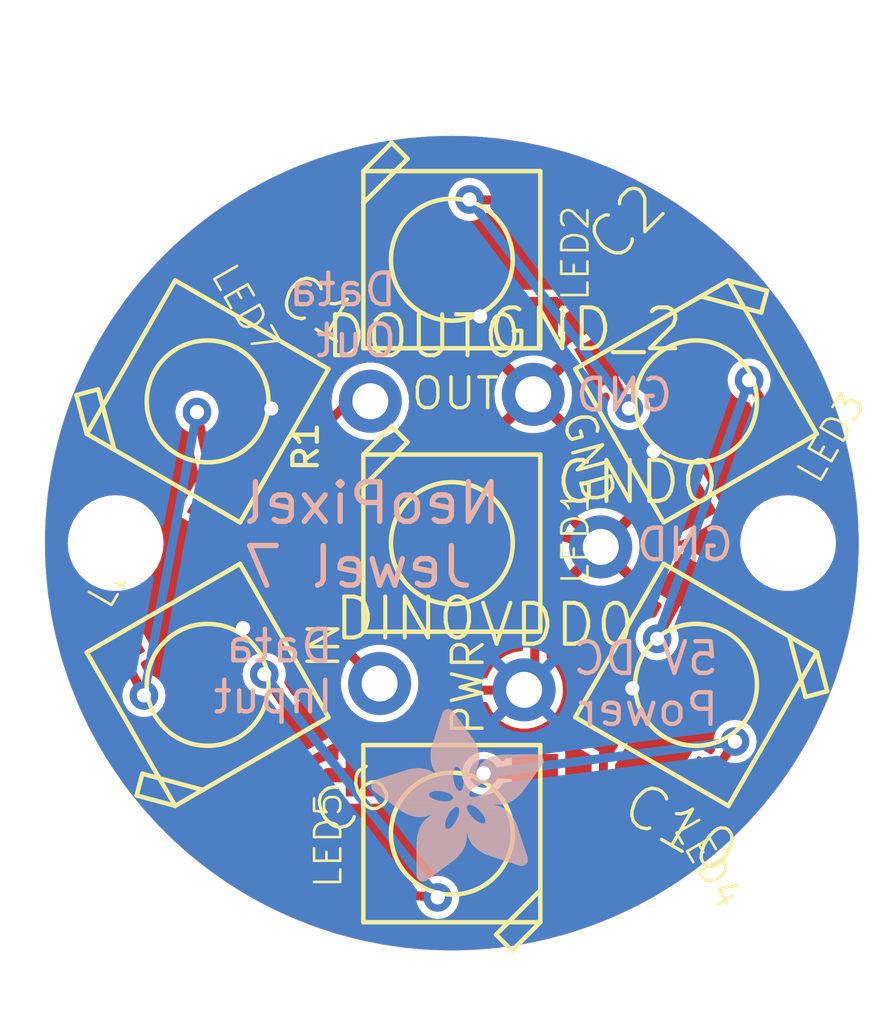
<source format=kicad_pcb>
(kicad_pcb (version 20221018) (generator pcbnew)
  (layers (0 "F.Cu" signal) (31 "B.Cu" signal) (34 "B.Paste" user) (35 "F.Paste" user) (36 "B.SilkS" user "B.Silkscreen") (37 "F.SilkS" user "F.Silkscreen") (38 "B.Mask" user) (39 "F.Mask" user) (44 "Edge.Cuts" user))
  (net 0 "")
  (net 1 "VDD")
  (net 2 "GND")
  (net 3 "N$1")
  (net 4 "N$2")
  (net 5 "N$3")
  (net 6 "N$4")
  (net 7 "N$5")
  (net 8 "N$6")
  (net 9 "N$13")
  (net 10 "N$12")
  (net 11 "N$7")
  (footprint "working:C0603" (layer "F.Cu") (at 153.195093 113.035203 -60)
    (fp_text reference "C10" (at -0.635002 -0.635 -210) (layer "F.SilkS") (effects (font (size 1.176528 1.176528) (thickness 0.093472)) (justify left)))
    (fp_text value "1uF")
    (pad "1" smd rect (at -0.85 0 300) (size 1.1 1) (layers "F.Cu" "F.Paste" "F.Mask") (net 1 "VDD"))
    (pad "2" smd rect (at 0.85 0 300) (size 1.1 1) (layers "F.Cu" "F.Paste" "F.Mask") (net 2 "GND"))
  )
  (footprint "working:WS2812B-NARROW" (layer "F.Cu") (at 155.4011 101.0036 -60)
    (fp_text reference "LED3" (at 3.492499 -1.587497 -120) (layer "F.SilkS") (effects (font (size 0.739648 0.739648) (thickness 0.073152)) (justify left)))
    (fp_text value "WS2812B5050" hide)
    (pad "1-VDD" smd rect (at 2.35 1.65 120) (size 1.3 1.2) (layers "F.Cu" "F.Paste" "F.Mask") (net 1 "VDD"))
    (pad "2-DOUT" smd rect (at 2.35 -1.65 120) (size 1.3 1.2) (layers "F.Cu" "F.Paste" "F.Mask") (net 5 "N$3"))
    (pad "3-GND" smd rect (at -2.35 -1.65 120) (size 1.3 1.2) (layers "F.Cu" "F.Paste" "F.Mask") (net 2 "GND"))
    (pad "4-DIN" smd rect (at -2.35 1.65 120) (size 1.3 1.2) (layers "F.Cu" "F.Paste" "F.Mask") (net 4 "N$2"))
  )
  (footprint "working:C0603" (layer "F.Cu") (at 143.9011 96.9036 120)
    (fp_text reference "C1" (at -0.635003 -0.635 -30) (layer "F.SilkS") (effects (font (size 1.176528 1.176528) (thickness 0.093472)) (justify left)))
    (fp_text value "1uF")
    (pad "1" smd rect (at -0.85 0 120) (size 1.1 1) (layers "F.Cu" "F.Paste" "F.Mask") (net 1 "VDD"))
    (pad "2" smd rect (at 0.85 0 120) (size 1.1 1) (layers "F.Cu" "F.Paste" "F.Mask") (net 2 "GND"))
  )
  (footprint "working:FIDUCIAL_1MM" (layer "F.Cu") (at 148.5361 113.2686)
    (fp_text reference "FID2" hide)
    (fp_text value "FIDUCIAL\"\"" hide)
    (pad "1" smd roundrect (at 0 0) (size 1 1) (layers "F.Cu" "F.Mask") (roundrect_rratio 0.5))
  )
  (footprint "working:FIDUCIAL_1MM" (layer "F.Cu") (at 148.5111 97.0586)
    (fp_text reference "FID1" hide)
    (fp_text value "FIDUCIAL\"\"" hide)
    (pad "1" smd roundrect (at 0 0) (size 1 1) (layers "F.Cu" "F.Mask") (roundrect_rratio 0.5))
  )
  (footprint "working:WS2812B-NARROW" (layer "F.Cu") (at 141.6011 109.0036 120)
    (fp_text reference "LED6" (at 3.492499 -1.587497 60) (layer "F.SilkS") (effects (font (size 0.739648 0.739648) (thickness 0.073152)) (justify left)))
    (fp_text value "WS2812B5050" hide)
    (pad "1-VDD" smd rect (at 2.35 1.65 300) (size 1.3 1.2) (layers "F.Cu" "F.Paste" "F.Mask") (net 1 "VDD"))
    (pad "2-DOUT" smd rect (at 2.35 -1.65 300) (size 1.3 1.2) (layers "F.Cu" "F.Paste" "F.Mask") (net 8 "N$6"))
    (pad "3-GND" smd rect (at -2.35 -1.65 300) (size 1.3 1.2) (layers "F.Cu" "F.Paste" "F.Mask") (net 2 "GND"))
    (pad "4-DIN" smd rect (at -2.35 1.65 300) (size 1.3 1.2) (layers "F.Cu" "F.Paste" "F.Mask") (net 7 "N$5"))
  )
  (footprint "working:WS2812B-NARROW" (layer "F.Cu") (at 148.5011 113.2036 180)
    (fp_text reference "LED5" (at 3.4925 -1.5875 90) (layer "F.SilkS") (effects (font (size 0.739648 0.739648) (thickness 0.073152)) (justify left)))
    (fp_text value "WS2812B5050" hide)
    (pad "1-VDD" smd rect (at 2.35 1.65) (size 1.3 1.2) (layers "F.Cu" "F.Paste" "F.Mask") (net 1 "VDD"))
    (pad "2-DOUT" smd rect (at 2.35 -1.65) (size 1.3 1.2) (layers "F.Cu" "F.Paste" "F.Mask") (net 7 "N$5"))
    (pad "3-GND" smd rect (at -2.35 -1.65) (size 1.3 1.2) (layers "F.Cu" "F.Paste" "F.Mask") (net 2 "GND"))
    (pad "4-DIN" smd rect (at -2.35 1.65) (size 1.3 1.2) (layers "F.Cu" "F.Paste" "F.Mask") (net 6 "N$4"))
  )
  (footprint "working:C0603" (layer "F.Cu") (at 143.78186 113.097568 -120)
    (fp_text reference "C6" (at -0.635003 -0.635001 -150) (layer "F.SilkS") (effects (font (size 1.176528 1.176528) (thickness 0.093472)) (justify left)))
    (fp_text value "1uF")
    (pad "1" smd rect (at -0.85 0 240) (size 1.1 1) (layers "F.Cu" "F.Paste" "F.Mask") (net 1 "VDD"))
    (pad "2" smd rect (at 0.85 0 240) (size 1.1 1) (layers "F.Cu" "F.Paste" "F.Mask") (net 2 "GND"))
  )
  (footprint "working:1X01-CLEANBIG" (layer "F.Cu") (at 150.544165 109.1448)
    (fp_text reference "VDD0" (at -1.3462 -1.8288) (layer "F.SilkS") (effects (font (size 1.1557 1.1557) (thickness 0.1143)) (justify left)))
    (fp_text value "")
    (pad "1" thru_hole circle (at 0 0) (size 1.778 1.778) (drill 1.016) (layers "*.Cu" "*.Mask") (net 1 "VDD"))
  )
  (footprint "working:1X01-CLEANBIG" (layer "F.Cu") (at 150.8011 100.8036)
    (fp_text reference "GND_2" (at -1.3462 -1.8288) (layer "F.SilkS") (effects (font (size 1.1557 1.1557) (thickness 0.1143)) (justify left)))
    (fp_text value "")
    (pad "1" thru_hole circle (at 0 0) (size 1.778 1.778) (drill 1.016) (layers "*.Cu" "*.Mask") (net 2 "GND"))
  )
  (footprint "" (layer "F.Cu") (at 158.0011 105.0036)
    (fp_text reference "@HOLE0" hide)
    (fp_text value "" (at 0 0) (layer "F.SilkS") (effects (font (size 1.27 1.27))))
    (pad "" np_thru_hole circle (at 0 0) (size 2.2 2.2) (drill 2.2) (layers "*.Cu" "*.Mask"))
  )
  (footprint "working:1X01-CLEANBIG" (layer "F.Cu") (at 152.708237 105.111259)
    (fp_text reference "GND0" (at -1.3462 -1.828799) (layer "F.SilkS") (effects (font (size 1.1557 1.1557) (thickness 0.1143)) (justify left)))
    (fp_text value "")
    (pad "1" thru_hole circle (at 0 0) (size 1.778 1.778) (drill 1.016) (layers "*.Cu" "*.Mask") (net 2 "GND"))
  )
  (footprint "working:WS2812B-NARROW" (layer "F.Cu") (at 148.5011 105.0036)
    (fp_text reference "LED1" (at 3.4925 -1.5875 90) (layer "F.SilkS") (effects (font (size 0.739648 0.739648) (thickness 0.073152)) (justify right)))
    (fp_text value "WS2812B5050" hide)
    (pad "1-VDD" smd rect (at 2.35 1.65 180) (size 1.3 1.2) (layers "F.Cu" "F.Paste" "F.Mask") (net 1 "VDD"))
    (pad "2-DOUT" smd rect (at 2.35 -1.65 180) (size 1.3 1.2) (layers "F.Cu" "F.Paste" "F.Mask") (net 3 "N$1"))
    (pad "3-GND" smd rect (at -2.35 -1.65 180) (size 1.3 1.2) (layers "F.Cu" "F.Paste" "F.Mask") (net 2 "GND"))
    (pad "4-DIN" smd rect (at -2.35 1.65 180) (size 1.3 1.2) (layers "F.Cu" "F.Paste" "F.Mask") (net 10 "N$12"))
  )
  (footprint "" (layer "F.Cu") (at 139.0011 105.0036)
    (fp_text reference "@HOLE1" hide)
    (fp_text value "" (at 0 0) (layer "F.SilkS") (effects (font (size 1.27 1.27))))
    (pad "" np_thru_hole circle (at 0 0) (size 2.2 2.2) (drill 2.2) (layers "*.Cu" "*.Mask"))
  )
  (footprint "working:WS2812B-NARROW" (layer "F.Cu") (at 155.4011 109.0036 -120)
    (fp_text reference "LED4" (at 3.492498 -1.587495 -60) (layer "F.SilkS") (effects (font (size 0.739648 0.739648) (thickness 0.073152)) (justify left)))
    (fp_text value "WS2812B5050" hide)
    (pad "1-VDD" smd rect (at 2.35 1.65 60) (size 1.3 1.2) (layers "F.Cu" "F.Paste" "F.Mask") (net 1 "VDD"))
    (pad "2-DOUT" smd rect (at 2.35 -1.65 60) (size 1.3 1.2) (layers "F.Cu" "F.Paste" "F.Mask") (net 6 "N$4"))
    (pad "3-GND" smd rect (at -2.35 -1.65 60) (size 1.3 1.2) (layers "F.Cu" "F.Paste" "F.Mask") (net 2 "GND"))
    (pad "4-DIN" smd rect (at -2.35 1.65 60) (size 1.3 1.2) (layers "F.Cu" "F.Paste" "F.Mask") (net 5 "N$3"))
  )
  (footprint "working:WS2812B-NARROW" (layer "F.Cu") (at 148.5011 97.0036)
    (fp_text reference "LED2" (at 3.4925 -1.5875 90) (layer "F.SilkS") (effects (font (size 0.739648 0.739648) (thickness 0.073152)) (justify right)))
    (fp_text value "WS2812B5050" hide)
    (pad "1-VDD" smd rect (at 2.35 1.65 180) (size 1.3 1.2) (layers "F.Cu" "F.Paste" "F.Mask") (net 1 "VDD"))
    (pad "2-DOUT" smd rect (at 2.35 -1.65 180) (size 1.3 1.2) (layers "F.Cu" "F.Paste" "F.Mask") (net 4 "N$2"))
    (pad "3-GND" smd rect (at -2.35 -1.65 180) (size 1.3 1.2) (layers "F.Cu" "F.Paste" "F.Mask") (net 2 "GND"))
    (pad "4-DIN" smd rect (at -2.35 1.65 180) (size 1.3 1.2) (layers "F.Cu" "F.Paste" "F.Mask") (net 3 "N$1"))
  )
  (footprint "working:C0603" (layer "F.Cu") (at 153.475446 96.829254 45)
    (fp_text reference "C2" (at -0.635002 -0.635002 45) (layer "F.SilkS") (effects (font (size 1.176528 1.176528) (thickness 0.093472)) (justify left)))
    (fp_text value "1uF")
    (pad "1" smd rect (at -0.85 0 45) (size 1.1 1) (layers "F.Cu" "F.Paste" "F.Mask") (net 1 "VDD"))
    (pad "2" smd rect (at 0.85 0 45) (size 1.1 1) (layers "F.Cu" "F.Paste" "F.Mask") (net 2 "GND"))
  )
  (footprint "working:1X01-CLEANBIG" (layer "F.Cu") (at 146.460375 108.96644)
    (fp_text reference "DIN0" (at -1.3462 -1.8288) (layer "F.SilkS") (effects (font (size 1.1557 1.1557) (thickness 0.1143)) (justify left)))
    (fp_text value "")
    (pad "1" thru_hole circle (at 0 0) (size 1.778 1.778) (drill 1.016) (layers "*.Cu" "*.Mask") (net 9 "N$13"))
  )
  (footprint "working:0603-NO" (layer "F.Cu") (at 144.245929 104.822666 90)
    (fp_text reference "R1" (at 1.778 0.127 90) (layer "F.SilkS") (effects (font (size 0.692831 0.692831) (thickness 0.119969)) (justify left)))
    (fp_text value "470")
    (pad "1" smd rect (at -0.85 0 90) (size 1.1 1) (layers "F.Cu" "F.Paste" "F.Mask") (net 9 "N$13"))
    (pad "2" smd rect (at 0.85 0 90) (size 1.1 1) (layers "F.Cu" "F.Paste" "F.Mask") (net 10 "N$12"))
  )
  (footprint "working:1X01-CLEANBIG" (layer "F.Cu") (at 146.197707 100.999388)
    (fp_text reference "DOUT0" (at -1.3462 -1.8288) (layer "F.SilkS") (effects (font (size 1.1557 1.1557) (thickness 0.1143)) (justify left)))
    (fp_text value "")
    (pad "1" thru_hole circle (at 0 0) (size 1.778 1.778) (drill 1.016) (layers "*.Cu" "*.Mask") (net 11 "N$7"))
  )
  (footprint "working:WS2812B-NARROW" (layer "F.Cu") (at 141.6011 101.0036 60)
    (fp_text reference "LED7" (at 3.492498 -1.587495 -240) (layer "F.SilkS") (effects (font (size 0.739648 0.739648) (thickness 0.073152)) (justify left)))
    (fp_text value "WS2812B5050" hide)
    (pad "1-VDD" smd rect (at 2.35 1.65 240) (size 1.3 1.2) (layers "F.Cu" "F.Paste" "F.Mask") (net 1 "VDD"))
    (pad "2-DOUT" smd rect (at 2.35 -1.65 240) (size 1.3 1.2) (layers "F.Cu" "F.Paste" "F.Mask") (net 11 "N$7"))
    (pad "3-GND" smd rect (at -2.35 -1.65 240) (size 1.3 1.2) (layers "F.Cu" "F.Paste" "F.Mask") (net 2 "GND"))
    (pad "4-DIN" smd rect (at -2.35 1.65 240) (size 1.3 1.2) (layers "F.Cu" "F.Paste" "F.Mask") (net 8 "N$6"))
  )
  (footprint "working:ADAFRUIT_5MM" (layer "B.Cu") (at 151.0961 114.5506 180)
    (fp_text reference "U$3" hide)
    (fp_text value "" hide)
  )
  (gr_circle (center 148.5011 105.0036) (end 160.001534 105.0036) (stroke (width 0.01)) (fill none) (layer "Edge.Cuts"))
  (gr_text "GND" (at 156.5311 105.5736) (layer "B.SilkS") (effects (font (size 0.89408 0.89408) (thickness 0.12192)) (justify left bottom mirror)))
  (gr_text "GND" (at 154.8121 101.3466) (layer "B.SilkS") (effects (font (size 0.89408 0.89408) (thickness 0.12192)) (justify left bottom mirror)))
  (gr_text "Data\nInput" (at 145.2161 109.8686) (layer "B.SilkS") (effects (font (size 0.89408 0.89408) (thickness 0.12192)) (justify left bottom mirror)))
  (gr_text "Data\nOut" (at 147.0061 99.8136) (layer "B.SilkS") (effects (font (size 0.89408 0.89408) (thickness 0.12192)) (justify left bottom mirror)))
  (gr_text "NeoPixel\nJewel 7" (at 142.5321 103.2256) (layer "B.SilkS") (effects (font (size 1.1176 1.1176) (thickness 0.1524)) (justify right top mirror)))
  (gr_text "5V DC\nPower" (at 156.102831 110.220584) (layer "B.SilkS") (effects (font (size 0.89408 0.89408) (thickness 0.12192)) (justify left bottom mirror)))
  (gr_text "GND" (at 153.21434 103.799941 285) (layer "F.SilkS") (effects (font (size 0.86868 0.86868) (thickness 0.09652)) (justify right top)))
  (gr_text "OUT" (at 147.29796 101.290307) (layer "F.SilkS") (effects (font (size 0.86868 0.86868) (thickness 0.09652)) (justify left bottom)))
  (gr_text "PWR" (at 148.450682 107.639606 90) (layer "F.SilkS") (effects (font (size 0.86868 0.86868) (thickness 0.09652)) (justify right top)))
  (gr_text "IN" (at 145.388379 108.607925 90) (layer "F.SilkS") (effects (font (size 0.86868 0.86868) (thickness 0.09652)) (justify left bottom)))
  (segment (start 150.8511 106.6536) (end 150.844165 108.760534) (width 0.254) (layer "F.Cu") (net 1))
  (segment (start 155.147156 103.863763) (end 154.2011 102.4036) (width 0.254) (layer "F.Cu") (net 1))
  (segment (start 144.20686 112.361446) (end 145.014707 111.5536) (width 0.4064) (layer "F.Cu") (net 1))
  (segment (start 152.797156 110.213759) (end 153.6011 109.1036) (width 0.254) (layer "F.Cu") (net 1))
  (segment (start 148.544165 109.160534) (end 150.544165 109.1448) (width 0.254) (layer "F.Cu") (net 1))
  (segment (start 150.8511 98.6536) (end 149.3011 98.6036) (width 0.254) (layer "F.Cu") (net 1))
  (segment (start 152.770093 112.299081) (end 152.797156 110.213759) (width 0.254) (layer "F.Cu") (net 1))
  (segment (start 144.205044 99.793441) (end 143.4011 101.2036) (width 0.254) (layer "F.Cu") (net 1))
  (segment (start 141.855044 106.143437) (end 142.6011 107.4036) (width 0.254) (layer "F.Cu") (net 1))
  (segment (start 144.3261 97.639722) (end 144.205044 97.760779) (width 0.4064) (layer "F.Cu") (net 1))
  (segment (start 150.8511 98.6536) (end 152.874403 97.430297) (width 0.254) (layer "F.Cu") (net 1))
  (segment (start 146.1511 111.5536) (end 148.544165 109.160534) (width 0.254) (layer "F.Cu") (net 1))
  (segment (start 145.014707 111.5536) (end 146.1511 111.5536) (width 0.4064) (layer "F.Cu") (net 1))
  (segment (start 144.205044 97.760779) (end 144.205044 99.793441) (width 0.4064) (layer "F.Cu") (net 1))
  (segment (start 150.844165 108.760534) (end 150.544165 109.1448) (width 0.254) (layer "F.Cu") (net 1))
  (via (at 154.2011 102.4036) (size 0.8064) (drill 0.4) (layers "F.Cu" "B.Cu") (net 1))
  (via (at 143.4011 101.2036) (size 0.8064) (drill 0.4) (layers "F.Cu" "B.Cu") (net 1))
  (via (at 142.6011 107.4036) (size 0.8064) (drill 0.4) (layers "F.Cu" "B.Cu") (net 1))
  (via (at 153.6011 109.1036) (size 0.8064) (drill 0.4) (layers "F.Cu" "B.Cu") (net 1))
  (via (at 149.3011 98.6036) (size 0.8064) (drill 0.4) (layers "F.Cu" "B.Cu") (net 1))
  (segment (start 142.6011 107.4036) (end 142.8011 107.8036) (width 0.254) (layer "B.Cu") (net 1))
  (segment (start 149.3011 98.6036) (end 148.3011 98.0036) (width 0.254) (layer "B.Cu") (net 1))
  (segment (start 154.2011 102.4036) (end 154.0011 102.3036) (width 0.254) (layer "B.Cu") (net 1))
  (segment (start 153.6011 109.1036) (end 153.8011 108.9036) (width 0.254) (layer "B.Cu") (net 1))
  (segment (start 143.4011 101.2036) (end 143.3011 101.8036) (width 0.254) (layer "B.Cu") (net 1))
  (segment (start 150.8511 114.8536) (end 153.620093 113.771321) (width 0.254) (layer "F.Cu") (net 2))
  (segment (start 146.1511 103.3536) (end 152.708237 105.111259) (width 0.254) (layer "F.Cu") (net 2))
  (segment (start 146.1511 98.6536) (end 150.8511 103.3536) (width 0.254) (layer "F.Cu") (net 3))
  (segment (start 150.8511 95.3536) (end 149.0011 95.3036) (width 0.254) (layer "F.Cu") (net 4))
  (segment (start 153.5011 101.2036) (end 152.797156 99.793441) (width 0.254) (layer "F.Cu") (net 4))
  (via (at 153.5011 101.2036) (size 0.8064) (drill 0.4) (layers "F.Cu" "B.Cu") (net 4))
  (via (at 149.0011 95.3036) (size 0.8064) (drill 0.4) (layers "F.Cu" "B.Cu") (net 4))
  (segment (start 149.0011 95.3036) (end 153.5011 101.2036) (width 0.254) (layer "B.Cu") (net 4))
  (segment (start 154.3011 107.7036) (end 155.147156 106.143437) (width 0.254) (layer "F.Cu") (net 5))
  (segment (start 158.00504 102.213763) (end 156.9011 100.4036) (width 0.254) (layer "F.Cu") (net 5))
  (via (at 156.9011 100.4036) (size 0.8064) (drill 0.4) (layers "F.Cu" "B.Cu") (net 5))
  (via (at 154.3011 107.7036) (size 0.8064) (drill 0.4) (layers "F.Cu" "B.Cu") (net 5))
  (segment (start 156.9011 100.4036) (end 154.3011 107.7036) (width 0.254) (layer "B.Cu") (net 5))
  (segment (start 149.4011 111.5036) (end 150.8511 111.5536) (width 0.254) (layer "F.Cu") (net 6))
  (segment (start 155.65504 111.863759) (end 156.5011 110.6036) (width 0.254) (layer "F.Cu") (net 6))
  (via (at 149.4011 111.5036) (size 0.8064) (drill 0.4) (layers "F.Cu" "B.Cu") (net 6))
  (via (at 156.5011 110.6036) (size 0.8064) (drill 0.4) (layers "F.Cu" "B.Cu") (net 6))
  (segment (start 156.5011 110.6036) (end 149.4011 111.5036) (width 0.254) (layer "B.Cu") (net 6))
  (segment (start 146.1511 114.8536) (end 148.1011 115.0036) (width 0.254) (layer "F.Cu") (net 7))
  (segment (start 143.2011 108.7036) (end 144.205044 110.213759) (width 0.254) (layer "F.Cu") (net 7))
  (via (at 143.2011 108.7036) (size 0.8064) (drill 0.4) (layers "F.Cu" "B.Cu") (net 7))
  (via (at 148.1011 115.0036) (size 0.8064) (drill 0.4) (layers "F.Cu" "B.Cu") (net 7))
  (segment (start 148.1011 115.0036) (end 143.2011 108.7036) (width 0.254) (layer "B.Cu") (net 7))
  (segment (start 141.3011 101.3036) (end 141.855044 103.863763) (width 0.254) (layer "F.Cu") (net 8))
  (segment (start 138.99716 107.793437) (end 139.8011 109.3036) (width 0.254) (layer "F.Cu") (net 8))
  (via (at 139.8011 109.3036) (size 0.8064) (drill 0.4) (layers "F.Cu" "B.Cu") (net 8))
  (via (at 141.3011 101.3036) (size 0.8064) (drill 0.4) (layers "F.Cu" "B.Cu") (net 8))
  (segment (start 139.8011 109.3036) (end 141.3011 101.3036) (width 0.254) (layer "B.Cu") (net 8))
  (segment (start 144.245929 106.751993) (end 144.245929 105.672665) (width 0.254) (layer "F.Cu") (net 9))
  (segment (start 146.460375 108.96644) (end 144.245929 106.751993) (width 0.254) (layer "F.Cu") (net 9))
  (segment (start 144.245929 103.972666) (end 144.670166 103.972666) (width 0.254) (layer "F.Cu") (net 10))
  (segment (start 144.670166 103.972666) (end 146.1511 105.4536) (width 0.254) (layer "F.Cu") (net 10))
  (segment (start 146.1511 105.4536) (end 146.1511 106.6536) (width 0.254) (layer "F.Cu") (net 10))
  (segment (start 144.2011 102.4036) (end 145.805313 100.799388) (width 0.254) (layer "F.Cu") (net 11))
  (segment (start 142.9011 102.4036) (end 144.2011 102.4036) (width 0.254) (layer "F.Cu") (net 11))
  (segment (start 142.3011 99.097382) (end 142.3011 101.8036) (width 0.254) (layer "F.Cu") (net 11))
  (segment (start 142.3011 101.8036) (end 142.9011 102.4036) (width 0.254) (layer "F.Cu") (net 11))
  (segment (start 145.805313 100.799388) (end 146.197707 100.999388) (width 0.254) (layer "F.Cu") (net 11))
  (segment (start 141.34716 98.143441) (end 142.3011 99.097382) (width 0.254) (layer "F.Cu") (net 11))
  (zone (net 2) (net_name "GND") (layer "F.Cu") (priority 6) (connect_pads (clearance 0.000001)) (min_thickness 0.127) (fill yes (thermal_gap 0.304) (thermal_bridge_width 0.304))
    (polygon (pts (xy 160.6281 117.1306) (xy 136.3741 117.1306) (xy 136.3741 92.8766) (xy 160.6281 92.8766)))
  )
  (zone (net 1) (net_name "VDD") (layer "B.Cu") (priority 6) (connect_pads (clearance 0.000001)) (min_thickness 0.127) (fill yes (thermal_gap 0.304) (thermal_bridge_width 0.304))
    (polygon (pts (xy 160.6281 117.1306) (xy 136.3741 117.1306) (xy 136.3741 92.8766) (xy 160.6281 92.8766)))
  )
)
</source>
